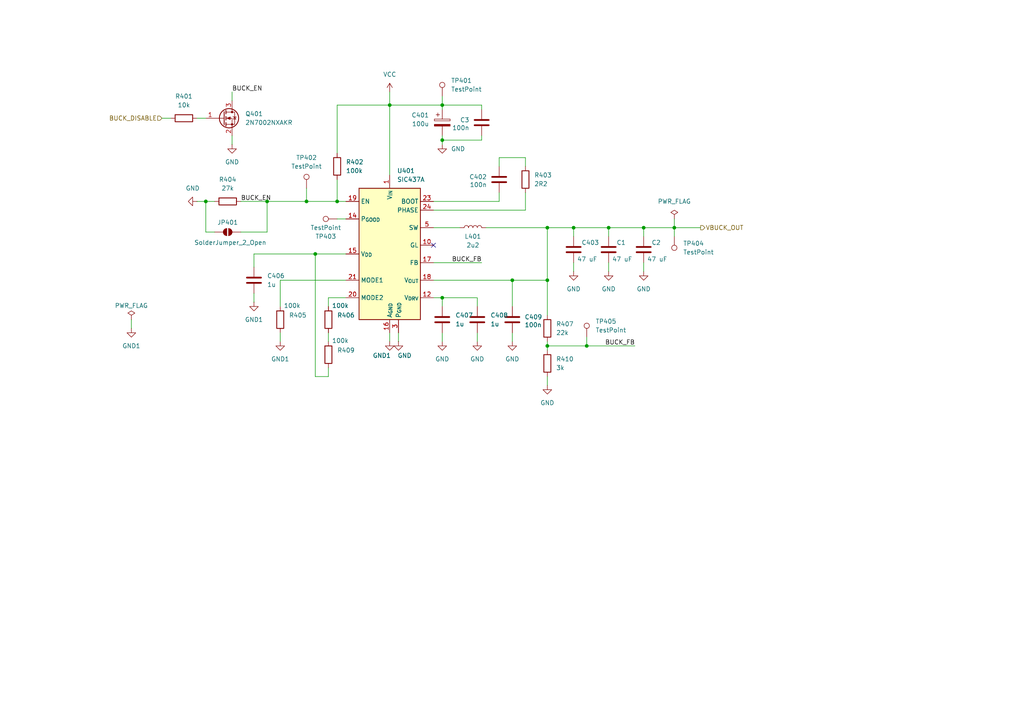
<source format=kicad_sch>
(kicad_sch (version 20250114) (generator "eeschema") (generator_version "9.0")
  (paper "A4")
  (title_block (title "Glowbuck"))
  (lib_symbols
    (symbol "Connector:TestPoint" (pin_numbers (hide yes)) (pin_names (offset 0.762) (hide yes))
      (property "Reference" "TP" (at 0 6.858 0))
      (property "Value" "TestPoint" (at 0 5.08 0))
      (symbol "TestPoint_0_1"
        (circle (center 0 3.302) (radius 0.762))
      )
      (symbol "TestPoint_1_1"
        (pin passive line (at 0 0 90) (length 2.54) (name "1") (number "1"))
      )
    )
    (symbol "Device:C" (pin_numbers (hide yes)) (pin_names (offset 0.254))
      (property "Reference" "C" (at 0.635 2.54 0))
      (property "Value" "C" (at 0.635 -2.54 0))
      (symbol "C_0_1"
        (polyline (pts (xy -2.032 0.762) (xy 2.032 0.762)) (stroke (width 0.508)))
        (polyline (pts (xy -2.032 -0.762) (xy 2.032 -0.762)) (stroke (width 0.508)))
      )
      (symbol "C_1_1"
        (pin passive line (at 0 3.81 270) (length 2.794) (name "~") (number "1"))
        (pin passive line (at 0 -3.81 90) (length 2.794) (name "~") (number "2"))
      )
    )
    (symbol "Device:C_Polarized" (pin_numbers (hide yes)) (pin_names (offset 0.254))
      (property "Reference" "C" (at 0.635 2.54 0))
      (property "Value" "C_Polarized" (at 0.635 -2.54 0))
      (symbol "C_Polarized_0_1"
        (rectangle (start -2.286 0.508) (end 2.286 1.016))
        (polyline (pts (xy -1.778 2.286) (xy -0.762 2.286)))
        (polyline (pts (xy -1.27 2.794) (xy -1.27 1.778)))
        (rectangle (start 2.286 -0.508) (end -2.286 -1.016) (fill (type outline)))
      )
      (symbol "C_Polarized_1_1"
        (pin passive line (at 0 3.81 270) (length 2.794) (name "~") (number "1"))
        (pin passive line (at 0 -3.81 90) (length 2.794) (name "~") (number "2"))
      )
    )
    (symbol "Device:L" (pin_numbers (hide yes)) (pin_names (offset 1.016) (hide yes))
      (property "Reference" "L" (at -1.27 0 90))
      (property "Value" "L" (at 1.905 0 90))
      (symbol "L_0_1"
        (arc (start 0 2.54) (mid 0.6323 1.905) (end 0 1.27))
        (arc (start 0 1.27) (mid 0.6323 0.635) (end 0 0))
        (arc (start 0 0) (mid 0.6323 -0.635) (end 0 -1.27))
        (arc (start 0 -1.27) (mid 0.6323 -1.905) (end 0 -2.54))
      )
      (symbol "L_1_1"
        (pin passive line (at 0 3.81 270) (length 1.27) (name "1") (number "1"))
        (pin passive line (at 0 -3.81 90) (length 1.27) (name "2") (number "2"))
      )
    )
    (symbol "Device:R" (pin_numbers (hide yes)) (pin_names (offset 0))
      (property "Reference" "R" (at 2.032 0 90))
      (property "Value" "R" (at 0 0 90))
      (symbol "R_0_1"
        (rectangle (start -1.016 -2.54) (end 1.016 2.54) (stroke (width 0.254)))
      )
      (symbol "R_1_1"
        (pin passive line (at 0 3.81 270) (length 1.27) (name "~") (number "1"))
        (pin passive line (at 0 -3.81 90) (length 1.27) (name "~") (number "2"))
      )
    )
    (symbol "Jumper:SolderJumper_2_Open" (pin_numbers (hide yes)) (pin_names (offset 0) (hide yes)) (in_bom no)
      (property "Reference" "JP" (at 0 2.032 0))
      (property "Value" "SolderJumper_2_Open" (at 0 -2.54 0))
      (symbol "SolderJumper_2_Open_0_1"
        (polyline (pts (xy -0.254 1.016) (xy -0.254 -1.016)))
        (arc (start -0.254 -1.016) (mid -1.2656 0) (end -0.254 1.016))
        (arc (start -0.254 -1.016) (mid -1.2656 0) (end -0.254 1.016) (fill (type outline)))
        (arc (start 0.254 1.016) (mid 1.2656 0) (end 0.254 -1.016))
        (arc (start 0.254 1.016) (mid 1.2656 0) (end 0.254 -1.016) (fill (type outline)))
        (polyline (pts (xy 0.254 1.016) (xy 0.254 -1.016)))
      )
      (symbol "SolderJumper_2_Open_1_1"
        (pin passive line (at -3.81 0 0) (length 2.54) (name "A") (number "1"))
        (pin passive line (at 3.81 0 180) (length 2.54) (name "B") (number "2"))
      )
    )
    (symbol "Regulator_Switching:SIC437A"
      (property "Reference" "U" (at -7.62 20.32 0))
      (property "Value" "SIC437A" (at 5.08 20.32 0))
      (symbol "SIC437A_0_1"
        (rectangle (start -8.89 19.05) (end 8.89 -19.05) (stroke (width 0.254)) (fill (type background)))
      )
      (symbol "SIC437A_1_1"
        (pin input line (at -12.7 15.24 0) (length 3.81) (name "EN") (number "19"))
        (pin open_collector line (at -12.7 10.16 0) (length 3.81) (name "P_{GOOD}") (number "14"))
        (pin power_out line (at -12.7 0 0) (length 3.81) (name "V_{DD}") (number "15"))
        (pin input line (at -12.7 -7.62 0) (length 3.81) (name "MODE1") (number "21"))
        (pin input line (at -12.7 -12.7 0) (length 3.81) (name "MODE2") (number "20"))
        (pin power_in line (at 0 22.86 270) (length 3.81) (name "V_{IN}") (number "1"))
        (pin passive line (at 0 22.86 270) (length 3.81) (hide yes) (name "V_{IN}") (number "2"))
        (pin passive line (at 0 22.86 270) (length 3.81) (hide yes) (name "V_{IN}") (number "22"))
        (pin passive line (at 0 22.86 270) (length 3.81) (hide yes) (name "V_{IN}") (number "26"))
        (pin power_in line (at 0 -22.86 90) (length 3.81) (name "A_{GND}") (number "16"))
        (pin passive line (at 0 -22.86 90) (length 3.81) (hide yes) (name "A_{GND}") (number "25"))
        (pin passive line (at 2.54 -22.86 90) (length 3.81) (hide yes) (name "P_{GND}") (number "13"))
        (pin passive line (at 2.54 -22.86 90) (length 3.81) (hide yes) (name "P_{GND}") (number "27"))
        (pin power_in line (at 2.54 -22.86 90) (length 3.81) (name "P_{GND}") (number "3"))
        (pin passive line (at 2.54 -22.86 90) (length 3.81) (hide yes) (name "P_{GND}") (number "4"))
        (pin input line (at 12.7 15.24 180) (length 3.81) (name "BOOT") (number "23"))
        (pin output line (at 12.7 12.7 180) (length 3.81) (name "PHASE") (number "24"))
        (pin power_out line (at 12.7 7.62 180) (length 3.81) (name "SW") (number "5"))
        (pin passive line (at 12.7 7.62 180) (length 3.81) (hide yes) (name "SW") (number "6"))
        (pin passive line (at 12.7 7.62 180) (length 3.81) (hide yes) (name "SW") (number "7"))
        (pin passive line (at 12.7 7.62 180) (length 3.81) (hide yes) (name "SW") (number "8"))
        (pin passive line (at 12.7 7.62 180) (length 3.81) (hide yes) (name "SW") (number "9"))
        (pin output line (at 12.7 2.54 180) (length 3.81) (name "GL") (number "10"))
        (pin passive line (at 12.7 2.54 180) (length 3.81) (hide yes) (name "GL") (number "11"))
        (pin passive line (at 12.7 2.54 180) (length 3.81) (hide yes) (name "GL") (number "28"))
        (pin input line (at 12.7 -2.54 180) (length 3.81) (name "FB") (number "17"))
        (pin input line (at 12.7 -7.62 180) (length 3.81) (name "V_{OUT}") (number "18"))
        (pin power_out line (at 12.7 -12.7 180) (length 3.81) (name "V_{DRV}") (number "12"))
      )
    )
    (symbol "glowbuck:2N7002NXAKR" (pin_names (hide yes))
      (property "Reference" "Q" (at 5.08 1.905 0))
      (property "Value" "2N7002NXAKR" (at 5.588 -4.064 0))
      (symbol "2N7002NXAKR_0_1"
        (polyline (pts (xy 0.254 1.905) (xy 0.254 -1.905)) (stroke (width 0.254)))
        (polyline (pts (xy 0.254 0) (xy -2.54 0)))
        (polyline (pts (xy 0.762 2.286) (xy 0.762 1.27)) (stroke (width 0.254)))
        (polyline (pts (xy 0.762 0.508) (xy 0.762 -0.508)) (stroke (width 0.254)))
        (polyline (pts (xy 0.762 -1.27) (xy 0.762 -2.286)) (stroke (width 0.254)))
        (polyline (pts (xy 0.762 -1.778) (xy 3.302 -1.778) (xy 3.302 1.778) (xy 0.762 1.778)))
        (polyline (pts (xy 1.016 0) (xy 2.032 0.381) (xy 2.032 -0.381) (xy 1.016 0)) (fill (type outline)))
        (circle (center 1.651 0) (radius 2.794) (stroke (width 0.254)))
        (polyline (pts (xy 2.54 2.54) (xy 2.54 1.778)))
        (circle (center 2.54 1.778) (radius 0.254) (fill (type outline)))
        (circle (center 2.54 -1.778) (radius 0.254) (fill (type outline)))
        (polyline (pts (xy 2.54 -2.54) (xy 2.54 0) (xy 0.762 0)))
        (polyline (pts (xy 2.794 0.508) (xy 2.921 0.381) (xy 3.683 0.381) (xy 3.81 0.254)))
        (polyline (pts (xy 3.302 0.381) (xy 2.921 -0.254) (xy 3.683 -0.254) (xy 3.302 0.381)))
      )
      (symbol "2N7002NXAKR_1_1"
        (pin input line (at -5.08 0 0) (length 2.54) (name "G") (number "1"))
        (pin passive line (at 2.54 5.08 270) (length 2.54) (name "D") (number "3"))
        (pin passive line (at 2.54 -5.08 90) (length 2.54) (name "S") (number "2"))
      )
    )
    (symbol "power:GND" (power) (pin_numbers (hide yes)) (pin_names (offset 0) (hide yes))
      (property "Value" "GND" (at 0 -3.81 0))
      (symbol "GND_0_1"
        (polyline (pts (xy 0 0) (xy 0 -1.27) (xy 1.27 -1.27) (xy 0 -2.54) (xy -1.27 -1.27) (xy 0 -1.27)))
      )
      (symbol "GND_1_1"
        (pin power_in line (at 0 0 270) (length 0) (name "~") (number "1"))
      )
    )
    (symbol "power:GND1" (power) (pin_numbers (hide yes)) (pin_names (offset 0) (hide yes))
      (property "Value" "GND1" (at 0 -3.81 0))
      (symbol "GND1_0_1"
        (polyline (pts (xy 0 0) (xy 0 -1.27) (xy 1.27 -1.27) (xy 0 -2.54) (xy -1.27 -1.27) (xy 0 -1.27)))
      )
      (symbol "GND1_1_1"
        (pin power_in line (at 0 0 270) (length 0) (name "~") (number "1"))
      )
    )
    (symbol "power:PWR_FLAG" (power) (pin_numbers (hide yes)) (pin_names (offset 0) (hide yes))
      (property "Value" "PWR_FLAG" (at 0 3.81 0))
      (symbol "PWR_FLAG_0_0"
        (pin power_out line (at 0 0 90) (length 0) (name "~") (number "1"))
      )
      (symbol "PWR_FLAG_0_1"
        (polyline (pts (xy 0 0) (xy 0 1.27) (xy -1.016 1.905) (xy 0 2.54) (xy 1.016 1.905) (xy 0 1.27)))
      )
    )
    (symbol "power:VCC" (power) (pin_numbers (hide yes)) (pin_names (offset 0) (hide yes))
      (property "Value" "VCC" (at 0 3.556 0))
      (symbol "VCC_0_1"
        (polyline (pts (xy -0.762 1.27) (xy 0 2.54)))
        (polyline (pts (xy 0 2.54) (xy 0.762 1.27)))
        (polyline (pts (xy 0 0) (xy 0 2.54)))
      )
      (symbol "VCC_1_1"
        (pin power_in line (at 0 0 90) (length 0) (name "~") (number "1"))
      )
    )
  )
  (junction (at 148.59 81.28))
  (junction (at 128.27 86.36))
  (junction (at 59.69 58.42))
  (junction (at 158.75 81.28))
  (junction (at 91.44 73.66))
  (junction (at 128.27 40.64))
  (junction (at 158.75 66.04))
  (junction (at 170.18 100.33))
  (junction (at 97.79 58.42))
  (junction (at 113.03 30.48))
  (junction (at 88.9 58.42))
  (junction (at 186.69 66.04))
  (junction (at 195.58 66.04))
  (junction (at 176.53 66.04))
  (junction (at 77.47 58.42))
  (junction (at 128.27 30.48))
  (junction (at 166.37 66.04))
  (junction (at 158.75 100.33))
  (no_connect (at 125.73 71.12))
  (wire (pts (xy 138.43 86.36) (xy 138.43 88.9)))
  (wire (pts (xy 113.03 96.52) (xy 113.03 99.06)))
  (wire (pts (xy 97.79 63.5) (xy 100.33 63.5)))
  (wire (pts (xy 88.9 58.42) (xy 97.79 58.42)))
  (wire (pts (xy 81.28 81.28) (xy 100.33 81.28)))
  (wire (pts (xy 97.79 52.07) (xy 97.79 58.42)))
  (wire (pts (xy 144.78 45.72) (xy 152.4 45.72)))
  (wire (pts (xy 128.27 40.64) (xy 128.27 41.91)))
  (wire (pts (xy 73.66 87.63) (xy 73.66 85.09)))
  (wire (pts (xy 57.15 58.42) (xy 59.69 58.42)))
  (wire (pts (xy 95.25 109.22) (xy 95.25 106.68)))
  (wire (pts (xy 128.27 86.36) (xy 138.43 86.36)))
  (wire (pts (xy 148.59 96.52) (xy 148.59 99.06)))
  (wire (pts (xy 77.47 67.31) (xy 77.47 58.42)))
  (wire (pts (xy 148.59 81.28) (xy 158.75 81.28)))
  (wire (pts (xy 125.73 58.42) (xy 144.78 58.42)))
  (wire (pts (xy 195.58 66.04) (xy 203.2 66.04)))
  (wire (pts (xy 81.28 81.28) (xy 81.28 88.9)))
  (wire (pts (xy 144.78 48.26) (xy 144.78 45.72)))
  (wire (pts (xy 125.73 60.96) (xy 152.4 60.96)))
  (wire (pts (xy 59.69 67.31) (xy 59.69 58.42)))
  (wire (pts (xy 115.57 96.52) (xy 115.57 99.06)))
  (wire (pts (xy 69.85 58.42) (xy 77.47 58.42)))
  (wire (pts (xy 128.27 96.52) (xy 128.27 99.06)))
  (wire (pts (xy 113.03 26.67) (xy 113.03 30.48)))
  (wire (pts (xy 186.69 76.2) (xy 186.69 78.74)))
  (wire (pts (xy 88.9 54.61) (xy 88.9 58.42)))
  (wire (pts (xy 128.27 39.37) (xy 128.27 40.64)))
  (wire (pts (xy 125.73 66.04) (xy 133.35 66.04)))
  (wire (pts (xy 139.7 40.64) (xy 128.27 40.64)))
  (wire (pts (xy 128.27 30.48) (xy 139.7 30.48)))
  (wire (pts (xy 59.69 58.42) (xy 62.23 58.42)))
  (wire (pts (xy 128.27 27.94) (xy 128.27 30.48)))
  (wire (pts (xy 176.53 66.04) (xy 186.69 66.04)))
  (wire (pts (xy 195.58 66.04) (xy 195.58 68.58)))
  (wire (pts (xy 95.25 96.52) (xy 95.25 99.06)))
  (wire (pts (xy 158.75 81.28) (xy 158.75 91.44)))
  (wire (pts (xy 67.31 39.37) (xy 67.31 41.91)))
  (wire (pts (xy 113.03 30.48) (xy 97.79 30.48)))
  (wire (pts (xy 170.18 100.33) (xy 184.15 100.33)))
  (wire (pts (xy 176.53 68.58) (xy 176.53 66.04)))
  (wire (pts (xy 158.75 100.33) (xy 158.75 101.6)))
  (wire (pts (xy 57.15 34.29) (xy 59.69 34.29)))
  (wire (pts (xy 144.78 58.42) (xy 144.78 55.88)))
  (wire (pts (xy 69.85 67.31) (xy 77.47 67.31)))
  (wire (pts (xy 113.03 30.48) (xy 113.03 50.8)))
  (wire (pts (xy 125.73 76.2) (xy 139.7 76.2)))
  (wire (pts (xy 186.69 66.04) (xy 195.58 66.04)))
  (wire (pts (xy 166.37 76.2) (xy 166.37 78.74)))
  (wire (pts (xy 125.73 81.28) (xy 148.59 81.28)))
  (wire (pts (xy 73.66 73.66) (xy 73.66 77.47)))
  (wire (pts (xy 152.4 55.88) (xy 152.4 60.96)))
  (wire (pts (xy 91.44 73.66) (xy 100.33 73.66)))
  (wire (pts (xy 113.03 30.48) (xy 128.27 30.48)))
  (wire (pts (xy 81.28 96.52) (xy 81.28 99.06)))
  (wire (pts (xy 158.75 66.04) (xy 166.37 66.04)))
  (wire (pts (xy 125.73 86.36) (xy 128.27 86.36)))
  (wire (pts (xy 46.99 34.29) (xy 49.53 34.29)))
  (wire (pts (xy 158.75 109.22) (xy 158.75 111.76)))
  (wire (pts (xy 95.25 86.36) (xy 95.25 88.9)))
  (wire (pts (xy 73.66 73.66) (xy 91.44 73.66)))
  (wire (pts (xy 139.7 39.37) (xy 139.7 40.64)))
  (wire (pts (xy 95.25 109.22) (xy 91.44 109.22)))
  (wire (pts (xy 158.75 100.33) (xy 170.18 100.33)))
  (wire (pts (xy 148.59 88.9) (xy 148.59 81.28)))
  (wire (pts (xy 186.69 66.04) (xy 186.69 68.58)))
  (wire (pts (xy 128.27 30.48) (xy 128.27 31.75)))
  (wire (pts (xy 100.33 86.36) (xy 95.25 86.36)))
  (wire (pts (xy 158.75 81.28) (xy 158.75 66.04)))
  (wire (pts (xy 158.75 99.06) (xy 158.75 100.33)))
  (wire (pts (xy 166.37 66.04) (xy 166.37 68.58)))
  (wire (pts (xy 91.44 73.66) (xy 91.44 109.22)))
  (wire (pts (xy 152.4 45.72) (xy 152.4 48.26)))
  (wire (pts (xy 62.23 67.31) (xy 59.69 67.31)))
  (wire (pts (xy 195.58 66.04) (xy 195.58 63.5)))
  (wire (pts (xy 138.43 96.52) (xy 138.43 99.06)))
  (wire (pts (xy 170.18 97.79) (xy 170.18 100.33)))
  (wire (pts (xy 67.31 26.67) (xy 67.31 29.21)))
  (wire (pts (xy 166.37 66.04) (xy 176.53 66.04)))
  (wire (pts (xy 97.79 58.42) (xy 100.33 58.42)))
  (wire (pts (xy 128.27 86.36) (xy 128.27 88.9)))
  (wire (pts (xy 97.79 30.48) (xy 97.79 44.45)))
  (wire (pts (xy 176.53 78.74) (xy 176.53 76.2)))
  (wire (pts (xy 38.1 95.25) (xy 38.1 92.71)))
  (wire (pts (xy 139.7 30.48) (xy 139.7 31.75)))
  (wire (pts (xy 140.97 66.04) (xy 158.75 66.04)))
  (wire (pts (xy 77.47 58.42) (xy 88.9 58.42)))
  (label "BUCK_EN" (at 67.31 26.67 0))
  (label "BUCK_EN" (at 69.85 58.42 0))
  (label "BUCK_FB" (at 184.15 100.33 180))
  (label "BUCK_FB" (at 139.7 76.2 180))
  (hierarchical_label "VBUCK_OUT" (shape output) (at 203.2 66.04 0))
  (hierarchical_label "BUCK_DISABLE" (shape input) (at 46.99 34.29 180))
  (symbol (lib_id "power:GND") (at 148.59 99.06 0) (unit 1)
    (property "Reference" "#PWR0415" (effects (hide yes)))
    (property "Value" "GND" (at 148.59 104.14 0))
    (property "Description" "Power symbol creates a global label with name \"GND\" , ground" (effects (hide yes)))
  )
  (symbol (lib_id "Device:R") (at 152.4 52.07 180) (unit 1)
    (property "Reference" "R403" (at 154.94 50.7999 0) (effects (justify right)))
    (property "Value" "2R2" (at 154.94 53.3399 0) (effects (justify right)))
    (property "Footprint" "Resistor_SMD:R_0603_1608Metric" (effects (hide yes)))
    (property "Description" "Resistor" (effects (hide yes)))
  )
  (symbol (lib_id "power:GND") (at 138.43 99.06 0) (mirror y) (unit 1)
    (property "Reference" "#PWR0414" (effects (hide yes)))
    (property "Value" "GND" (at 138.43 104.14 0))
    (property "Description" "Power symbol creates a global label with name \"GND\" , ground" (effects (hide yes)))
  )
  (symbol (lib_id "power:GND") (at 57.15 58.42 270) (unit 1)
    (property "Reference" "#PWR0404" (effects (hide yes)))
    (property "Value" "GND" (at 55.88 54.61 90))
    (property "Description" "Power symbol creates a global label with name \"GND\" , ground" (effects (hide yes)))
  )
  (symbol (lib_id "Device:R") (at 158.75 105.41 0) (unit 1)
    (property "Reference" "R410" (at 161.29 104.1399 0) (effects (justify left)))
    (property "Value" "3k" (at 161.29 106.6799 0) (effects (justify left)))
    (property "Footprint" "Resistor_SMD:R_0603_1608Metric" (effects (hide yes)))
    (property "Description" "Resistor" (effects (hide yes)))
  )
  (symbol (lib_id "power:GND") (at 115.57 99.06 0) (unit 1)
    (property "Reference" "#PWR0412" (effects (hide yes)))
    (property "Value" "GND" (at 117.348 103.124 0))
    (property "Description" "Power symbol creates a global label with name \"GND\" , ground" (effects (hide yes)))
  )
  (symbol (lib_id "power:GND") (at 158.75 111.76 0) (unit 1)
    (property "Reference" "#PWR0417" (effects (hide yes)))
    (property "Value" "GND" (at 158.75 116.84 0))
    (property "Description" "Power symbol creates a global label with name \"GND\" , ground" (effects (hide yes)))
  )
  (symbol (lib_id "Device:R") (at 53.34 34.29 90) (unit 1)
    (property "Reference" "R401" (at 53.34 27.94 90))
    (property "Value" "10k" (at 53.34 30.48 90))
    (property "Footprint" "Resistor_SMD:R_0603_1608Metric" (effects (hide yes)))
    (property "Description" "Resistor" (effects (hide yes)))
    (property "MouserNumber" "652-CRT0603FZ1002ELF" (effects (hide yes)))
  )
  (symbol (lib_id "Device:R") (at 81.28 92.71 0) (unit 1)
    (property "Reference" "R405" (at 83.82 91.4399 0) (effects (justify left)))
    (property "Value" "100k" (at 82.296 88.646 0) (effects (justify left)))
    (property "Footprint" "Resistor_SMD:R_0603_1608Metric" (effects (hide yes)))
    (property "Description" "Resistor" (effects (hide yes)))
  )
  (symbol (lib_id "Device:C") (at 148.59 92.71 0) (mirror y) (unit 1)
    (property "Reference" "C409" (at 152.146 91.948 0) (effects (justify right)))
    (property "Value" "100n" (at 152.146 94.234 0) (effects (justify right)))
    (property "Footprint" "Capacitor_SMD:C_0603_1608Metric" (effects (hide yes)))
    (property "Description" "Unpolarized capacitor" (effects (hide yes)))
    (property "MouserNumber" "187-CL10B104KB8WPND" (effects (hide yes)))
  )
  (symbol (lib_id "power:VCC") (at 113.03 26.67 0) (unit 1)
    (property "Reference" "#PWR0401" (effects (hide yes)))
    (property "Value" "VCC" (at 113.03 21.59 0))
    (property "Description" "Power symbol creates a global label with name \"VCC\"" (effects (hide yes)))
  )
  (symbol (lib_id "Device:C") (at 176.53 72.39 0) (unit 1)
    (property "Reference" "C1" (at 178.816 70.358 0) (effects (justify left)))
    (property "Value" "47 uF" (at 177.546 75.184 0) (effects (justify left)))
    (property "Footprint" "Capacitor_SMD:C_1210_3225Metric" (effects (hide yes)))
    (property "Datasheet" "https://www.mouser.de/datasheet/3/76/1/GRM32ER71A476KE15-04CA.pdf" (effects (hide yes)))
    (property "Description" "Unpolarized capacitor" (effects (hide yes)))
    (property "ManufacturerNumber" "GRM32ER71A476KE15L" (effects (hide yes)))
  )
  (symbol (lib_id "Device:R") (at 95.25 92.71 0) (unit 1)
    (property "Reference" "R406" (at 97.79 91.4399 0) (effects (justify left)))
    (property "Value" "100k" (at 96.266 88.646 0) (effects (justify left)))
    (property "Footprint" "Resistor_SMD:R_0603_1608Metric" (effects (hide yes)))
    (property "Description" "Resistor" (effects (hide yes)))
  )
  (symbol (lib_id "Device:C") (at 186.69 72.39 0) (unit 1)
    (property "Reference" "C2" (at 188.976 70.358 0) (effects (justify left)))
    (property "Value" "47 uF" (at 187.706 75.184 0) (effects (justify left)))
    (property "Footprint" "Capacitor_SMD:C_1210_3225Metric" (effects (hide yes)))
    (property "Datasheet" "https://www.mouser.de/datasheet/3/76/1/GRM32ER71A476KE15-04CA.pdf" (effects (hide yes)))
    (property "Description" "Unpolarized capacitor" (effects (hide yes)))
    (property "ManufacturerNumber" "GRM32ER71A476KE15L" (effects (hide yes)))
  )
  (symbol (lib_id "power:GND1") (at 38.1 95.25 0) (unit 1)
    (property "Reference" "#PWR0408" (effects (hide yes)))
    (property "Value" "GND1" (at 38.1 100.33 0))
    (property "Description" "Power symbol creates a global label with name \"GND1\" , ground" (effects (hide yes)))
  )
  (symbol (lib_id "Device:C") (at 166.37 72.39 0) (unit 1)
    (property "Reference" "C403" (at 168.656 70.358 0) (effects (justify left)))
    (property "Value" "47 uF" (at 167.386 75.184 0) (effects (justify left)))
    (property "Footprint" "Capacitor_SMD:C_1210_3225Metric" (effects (hide yes)))
    (property "Datasheet" "https://www.mouser.de/datasheet/3/76/1/GRM32ER71A476KE15-04CA.pdf" (effects (hide yes)))
    (property "Description" "Unpolarized capacitor" (effects (hide yes)))
    (property "ManufacturerNumber" "GRM32ER71A476KE15L" (effects (hide yes)))
  )
  (symbol (lib_id "Device:L") (at 137.16 66.04 90) (unit 1)
    (property "Reference" "L401" (at 137.16 68.58 90))
    (property "Value" "2u2" (at 137.16 71.12 90))
    (property "Footprint" "Inductor_SMD:L_Vishay_IHLP-6767" (effects (hide yes)))
    (property "Datasheet" "https://www.vishay.com/docs/34000/ihlp-6767gz-01.pdf" (effects (hide yes)))
    (property "Description" "Inductor" (effects (hide yes)))
    (property "MouserNumber" "70-IHLP6767GZER2R2M0" (effects (hide yes)))
    (property "ManufacturerNumber" "IHLP6767GZER2R2M01" (effects (hide yes)))
  )
  (symbol (lib_id "power:GND") (at 166.37 78.74 0) (unit 1)
    (property "Reference" "#PWR0405" (effects (hide yes)))
    (property "Value" "GND" (at 166.37 83.82 0))
    (property "Description" "Power symbol creates a global label with name \"GND\" , ground" (effects (hide yes)))
  )
  (symbol (lib_id "Connector:TestPoint") (at 195.58 68.58 0) (mirror x) (unit 1) (in_bom no)
    (property "Reference" "TP404" (at 198.12 70.6119 0) (effects (justify left)))
    (property "Value" "TestPoint" (at 198.12 73.1519 0) (effects (justify left)))
    (property "Footprint" "TestPoint:TestPoint_Pad_D1.0mm" (effects (hide yes)))
    (property "Description" "test point" (effects (hide yes)))
  )
  (symbol (lib_id "Jumper:SolderJumper_2_Open") (at 66.04 67.31 0) (unit 1) (in_bom no)
    (property "Reference" "JP401" (at 66.04 64.516 0))
    (property "Value" "SolderJumper_2_Open" (at 66.802 70.358 0))
    (property "Footprint" "Jumper:SolderJumper-2_P1.3mm_Open_Pad1.0x1.5mm" (effects (hide yes)))
    (property "Description" "Solder Jumper, 2-pole, open" (effects (hide yes)))
  )
  (symbol (lib_id "Device:R") (at 97.79 48.26 180) (unit 1)
    (property "Reference" "R402" (at 100.33 46.9899 0) (effects (justify right)))
    (property "Value" "100k" (at 100.33 49.5299 0) (effects (justify right)))
    (property "Footprint" "Resistor_SMD:R_0603_1608Metric" (effects (hide yes)))
    (property "Description" "Resistor" (effects (hide yes)))
  )
  (symbol (lib_id "power:GND1") (at 113.03 99.06 0) (unit 1)
    (property "Reference" "#PWR0411" (effects (hide yes)))
    (property "Value" "GND1" (at 110.744 103.124 0))
    (property "Description" "Power symbol creates a global label with name \"GND1\" , ground" (effects (hide yes)))
  )
  (symbol (lib_id "Connector:TestPoint") (at 170.18 97.79 0) (unit 1) (in_bom no)
    (property "Reference" "TP405" (at 172.72 93.2179 0) (effects (justify left)))
    (property "Value" "TestPoint" (at 172.72 95.7579 0) (effects (justify left)))
    (property "Footprint" "TestPoint:TestPoint_Pad_D1.0mm" (effects (hide yes)))
    (property "Description" "test point" (effects (hide yes)))
  )
  (symbol (lib_id "power:GND") (at 67.31 41.91 0) (unit 1)
    (property "Reference" "#PWR0402" (effects (hide yes)))
    (property "Value" "GND" (at 67.31 46.99 0))
    (property "Description" "Power symbol creates a global label with name \"GND\" , ground" (effects (hide yes)))
  )
  (symbol (lib_id "Regulator_Switching:SIC437A") (at 113.03 73.66 0) (unit 1)
    (property "Reference" "U401" (at 115.1733 49.53 0) (effects (justify left)))
    (property "Value" "SIC437A" (at 115.1733 52.07 0) (effects (justify left)))
    (property "Footprint" "Package_DFN_QFN:Vishay_PowerPAK_MLP44-24L_ThermalVias" (effects (hide yes)))
    (property "Datasheet" "https://www.vishay.com/docs/75921/sic437.pdf" (effects (hide yes)))
    (property "Description" "12A Step-Down DC/DC-Regulator, 300kHz-1MHz, 3..24Vin, 0.6..21.6Vout" (effects (hide yes)))
  )
  (symbol (lib_id "Connector:TestPoint") (at 128.27 27.94 0) (mirror y) (unit 1) (in_bom no)
    (property "Reference" "TP401" (at 130.81 23.3679 0) (effects (justify right)))
    (property "Value" "TestPoint" (at 130.81 25.9079 0) (effects (justify right)))
    (property "Footprint" "TestPoint:TestPoint_Pad_D1.0mm" (effects (hide yes)))
    (property "Description" "test point" (effects (hide yes)))
  )
  (symbol (lib_id "power:GND") (at 128.27 99.06 0) (mirror y) (unit 1)
    (property "Reference" "#PWR0413" (effects (hide yes)))
    (property "Value" "GND" (at 128.27 104.14 0))
    (property "Description" "Power symbol creates a global label with name \"GND\" , ground" (effects (hide yes)))
  )
  (symbol (lib_id "power:GND") (at 176.53 78.74 0) (unit 1)
    (property "Reference" "#PWR0406" (effects (hide yes)))
    (property "Value" "GND" (at 176.53 83.82 0))
    (property "Description" "Power symbol creates a global label with name \"GND\" , ground" (effects (hide yes)))
  )
  (symbol (lib_id "Device:C") (at 73.66 81.28 0) (unit 1)
    (property "Reference" "C406" (at 77.47 80.0099 0) (effects (justify left)))
    (property "Value" "1u" (at 77.47 82.5499 0) (effects (justify left)))
    (property "Footprint" "Capacitor_SMD:C_0603_1608Metric" (effects (hide yes)))
    (property "Description" "Unpolarized capacitor" (effects (hide yes)))
  )
  (symbol (lib_id "Device:R") (at 66.04 58.42 90) (unit 1)
    (property "Reference" "R404" (at 66.04 52.07 90))
    (property "Value" "27k" (at 66.04 54.61 90))
    (property "Footprint" "Resistor_SMD:R_0603_1608Metric" (effects (hide yes)))
    (property "Description" "Resistor" (effects (hide yes)))
  )
  (symbol (lib_id "Device:C") (at 139.7 35.56 0) (unit 1)
    (property "Reference" "C3" (at 136.144 34.798 0) (effects (justify right)))
    (property "Value" "100n" (at 136.144 37.084 0) (effects (justify right)))
    (property "Footprint" "Capacitor_SMD:C_0603_1608Metric" (effects (hide yes)))
    (property "Description" "Unpolarized capacitor" (effects (hide yes)))
    (property "MouserNumber" "187-CL10B104KB8WPND" (effects (hide yes)))
  )
  (symbol (lib_id "power:GND") (at 128.27 41.91 0) (unit 1)
    (property "Reference" "#PWR0403" (effects (hide yes)))
    (property "Value" "GND" (at 130.81 43.1799 0) (effects (justify left)))
    (property "Description" "Power symbol creates a global label with name \"GND\" , ground" (effects (hide yes)))
  )
  (symbol (lib_id "power:PWR_FLAG") (at 195.58 63.5 0) (unit 1)
    (property "Reference" "#FLG0401" (effects (hide yes)))
    (property "Value" "PWR_FLAG" (at 195.58 58.42 0))
    (property "Description" "Special symbol for telling ERC where power comes from" (effects (hide yes)))
  )
  (symbol (lib_id "Device:C") (at 144.78 52.07 0) (unit 1)
    (property "Reference" "C402" (at 141.224 51.308 0) (effects (justify right)))
    (property "Value" "100n" (at 141.224 53.594 0) (effects (justify right)))
    (property "Footprint" "Capacitor_SMD:C_0603_1608Metric" (effects (hide yes)))
    (property "Description" "Unpolarized capacitor" (effects (hide yes)))
    (property "MouserNumber" "187-CL10B104KB8WPND" (effects (hide yes)))
  )
  (symbol (lib_id "power:GND") (at 186.69 78.74 0) (unit 1)
    (property "Reference" "#PWR0407" (effects (hide yes)))
    (property "Value" "GND" (at 186.69 83.82 0))
    (property "Description" "Power symbol creates a global label with name \"GND\" , ground" (effects (hide yes)))
  )
  (symbol (lib_id "Device:R") (at 95.25 102.87 0) (unit 1)
    (property "Reference" "R409" (at 97.79 101.5999 0) (effects (justify left)))
    (property "Value" "100k" (at 96.266 98.806 0) (effects (justify left)))
    (property "Footprint" "Resistor_SMD:R_0603_1608Metric" (effects (hide yes)))
    (property "Description" "Resistor" (effects (hide yes)))
  )
  (symbol (lib_id "power:GND1") (at 81.28 99.06 0) (unit 1)
    (property "Reference" "#PWR0410" (effects (hide yes)))
    (property "Value" "GND1" (at 81.28 104.14 0))
    (property "Description" "Power symbol creates a global label with name \"GND1\" , ground" (effects (hide yes)))
  )
  (symbol (lib_id "Connector:TestPoint") (at 88.9 54.61 0) (unit 1) (in_bom no)
    (property "Reference" "TP402" (at 88.9 45.72 0))
    (property "Value" "TestPoint" (at 88.9 48.26 0))
    (property "Footprint" "TestPoint:TestPoint_Pad_D1.0mm" (effects (hide yes)))
    (property "Description" "test point" (effects (hide yes)))
  )
  (symbol (lib_id "Device:C_Polarized") (at 128.27 35.56 0) (unit 1)
    (property "Reference" "C401" (at 124.46 33.4009 0) (effects (justify right)))
    (property "Value" "100u" (at 124.46 35.9409 0) (effects (justify right)))
    (property "Footprint" "Capacitor_SMD:CP_Elec_8x10" (effects (hide yes)))
    (property "Description" "Polarized capacitor" (effects (hide yes)))
    (property "MouserNumber" "647-PCZ1V101MCL6GS" (effects (hide yes)))
  )
  (symbol (lib_id "Device:C") (at 128.27 92.71 180) (unit 1)
    (property "Reference" "C407" (at 132.08 91.4399 0) (effects (justify right)))
    (property "Value" "1u" (at 132.08 93.9799 0) (effects (justify right)))
    (property "Footprint" "Capacitor_SMD:C_0603_1608Metric" (effects (hide yes)))
    (property "Description" "Unpolarized capacitor" (effects (hide yes)))
    (property "MouserNumber" "187-CL10B104KB8WPND" (effects (hide yes)))
  )
  (symbol (lib_id "Device:C") (at 138.43 92.71 0) (unit 1)
    (property "Reference" "C408" (at 142.24 91.4399 0) (effects (justify left)))
    (property "Value" "1u" (at 142.24 93.9799 0) (effects (justify left)))
    (property "Footprint" "Capacitor_SMD:C_0603_1608Metric" (effects (hide yes)))
    (property "Description" "Unpolarized capacitor" (effects (hide yes)))
  )
  (symbol (lib_id "power:GND1") (at 73.66 87.63 0) (unit 1)
    (property "Reference" "#PWR0409" (effects (hide yes)))
    (property "Value" "GND1" (at 73.66 92.71 0))
    (property "Description" "Power symbol creates a global label with name \"GND1\" , ground" (effects (hide yes)))
  )
  (symbol (lib_id "power:PWR_FLAG") (at 38.1 92.71 0) (unit 1)
    (property "Reference" "#FLG0402" (effects (hide yes)))
    (property "Value" "PWR_FLAG" (at 38.1 88.646 0))
    (property "Description" "Special symbol for telling ERC where power comes from" (effects (hide yes)))
  )
  (symbol (lib_id "glowbuck:2N7002NXAKR") (at 64.77 34.29 0) (unit 1)
    (property "Reference" "Q401" (at 71.12 33.0199 0) (effects (justify left)))
    (property "Value" "2N7002NXAKR" (at 71.12 35.5599 0) (effects (justify left)))
    (property "Footprint" "Package_TO_SOT_SMD:SOT-23-3" (effects (hide yes)))
    (property "Datasheet" "https://assets.nexperia.com/documents/data-sheet/2N7002NXAK.pdf" (effects (hide yes)))
    (property "Description" "60 V, 300 mA, N-Channel" (effects (hide yes)))
    (property "MouserNumber" "771-2N7002NXAKR" (effects (hide yes)))
  )
  (symbol (lib_id "Connector:TestPoint") (at 97.79 63.5 90) (unit 1) (in_bom no)
    (property "Reference" "TP403" (at 94.488 68.58 90))
    (property "Value" "TestPoint" (at 94.488 66.04 90))
    (property "Footprint" "TestPoint:TestPoint_Pad_D1.0mm" (effects (hide yes)))
    (property "Description" "test point" (effects (hide yes)))
  )
  (symbol (lib_id "Device:R") (at 158.75 95.25 0) (unit 1)
    (property "Reference" "R407" (at 161.29 93.9799 0) (effects (justify left)))
    (property "Value" "22k" (at 161.29 96.5199 0) (effects (justify left)))
    (property "Footprint" "Resistor_SMD:R_0603_1608Metric" (effects (hide yes)))
    (property "Description" "Resistor" (effects (hide yes)))
  )
)
</source>
